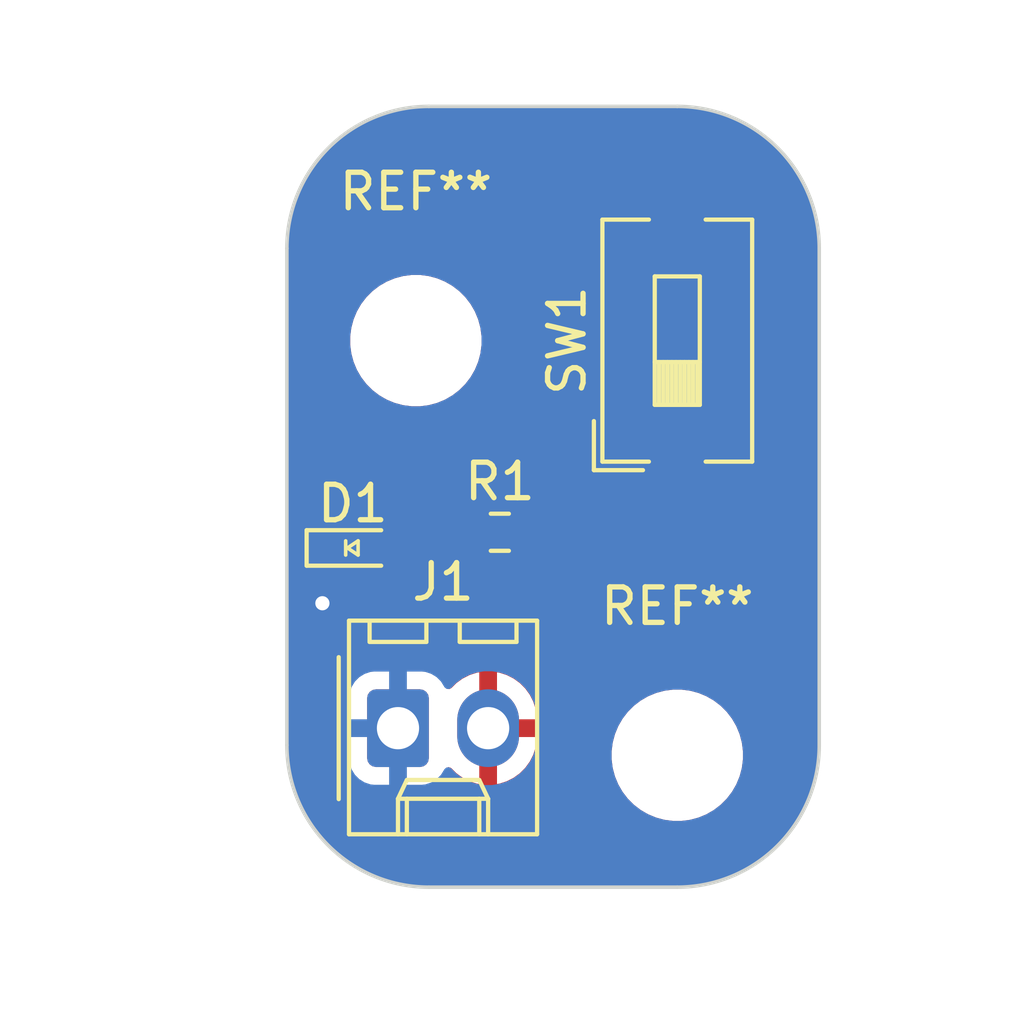
<source format=kicad_pcb>
(kicad_pcb (version 20240108) (generator "pcbnew") (generator_version "8.0")
  (title_block (title "LED") (date "2024-09-20") (rev "0.0") (company "Illini Solar Car") (comment 1 "Designed By: Raj Swami Kontham"))
  (layers (0 "F.Cu" signal) (31 "B.Cu" signal) (34 "B.Paste" user) (35 "F.Paste" user) (36 "B.SilkS" user "B.Silkscreen") (37 "F.SilkS" user "F.Silkscreen") (38 "B.Mask" user) (39 "F.Mask" user) (44 "Edge.Cuts" user))
  (net 0 "")
  (net 1 "Net-(D1-A)")
  (net 2 "GND")
  (net 3 "+3V3")
  (net 4 "Net-(R1-Pad2)")
  (footprint "Resistor_SMD:R_0603_1608Metric_Pad0.98x0.95mm_HandSolder" (layer "F.Cu") (at 122 107)
    (property "Reference" "R1" (at 0 -1.43 0) (layer "F.SilkS"))
    (property "Value" "105")
    (fp_line (start -0.254724 -0.5225) (end 0.254724 -0.5225) (stroke (width 0.12)) (layer "F.SilkS"))
    (fp_line (start -0.254724 0.5225) (end 0.254724 0.5225) (stroke (width 0.12)) (layer "F.SilkS"))
    (pad "1" smd roundrect (at -0.9125 0) (size 0.975 0.95) (layers "F.Cu" "F.Paste" "F.Mask") (net 1 "Net-(D1-A)"))
    (pad "2" smd roundrect (at 0.9125 0) (size 0.975 0.95) (layers "F.Cu" "F.Paste" "F.Mask") (net 4 "Net-(R1-Pad2)"))
  )
  (footprint "layout:LED_0603_Symbol_on_F.SilkS" (layer "F.Cu") (at 117.856 107.442)
    (property "Reference" "D1" (at 0 -1.25 0) (layer "F.SilkS"))
    (property "Value" "LED_BURGUNDY")
    (fp_line (start -1.3 -0.5) (end -1.3 0.5) (stroke (width 0.12)) (layer "F.SilkS"))
    (fp_line (start -1.3 -0.5) (end 0.8 -0.5) (stroke (width 0.12)) (layer "F.SilkS"))
    (fp_line (start -1.3 0.5) (end 0.8 0.5) (stroke (width 0.12)) (layer "F.SilkS"))
    (fp_line (start -0.2 -0.2) (end -0.2 0.2) (stroke (width 0.1)) (layer "F.SilkS"))
    (fp_line (start -0.15 0) (end 0.15 -0.2) (stroke (width 0.1)) (layer "F.SilkS"))
    (fp_line (start 0.15 -0.2) (end 0.15 0.2) (stroke (width 0.1)) (layer "F.SilkS"))
    (fp_line (start 0.15 0.2) (end -0.15 0) (stroke (width 0.1)) (layer "F.SilkS"))
    (pad "1" smd rect (at -0.8 0 180) (size 0.8 0.8) (layers "F.Cu" "F.Paste" "F.Mask") (net 2 "GND"))
    (pad "2" smd rect (at 0.8 0 180) (size 0.8 0.8) (layers "F.Cu" "F.Paste" "F.Mask") (net 1 "Net-(D1-A)"))
  )
  (footprint "MountingHole:MountingHole_3.2mm_M3" (layer "F.Cu") (at 119.634 101.6)
    (property "Reference" "REF**" (at 0 -4.2 0) (layer "F.SilkS"))
    (property "Value" "MountingHole_3.2mm_M3")
    (pad "" np_thru_hole circle (at 0 0) (size 3.2 3.2) (drill 3.2) (layers "F&B.Cu" "*.Mask"))
  )
  (footprint "MountingHole:MountingHole_3.2mm_M3" (layer "F.Cu") (at 127 113.284)
    (property "Reference" "REF**" (at 0 -4.2 0) (layer "F.SilkS"))
    (property "Value" "MountingHole_3.2mm_M3")
    (pad "" np_thru_hole circle (at 0 0) (size 3.2 3.2) (drill 3.2) (layers "*.Cu" "*.Mask"))
  )
  (footprint "Button_Switch_SMD:SW_DIP_SPSTx01_Slide_6.7x4.1mm_W8.61mm_P2.54mm_LowProfile" (layer "F.Cu") (at 127 101.6 90)
    (property "Reference" "SW1" (at 0 -3.11 90) (layer "F.SilkS"))
    (property "Value" "SW_Push")
    (fp_line (start -3.65 -2.35) (end -2.267 -2.35) (stroke (width 0.12)) (layer "F.SilkS"))
    (fp_line (start -3.65 -2.35) (end -3.65 -0.967) (stroke (width 0.12)) (layer "F.SilkS"))
    (fp_line (start 3.41 -2.11) (end 3.41 -0.8) (stroke (width 0.12)) (layer "F.SilkS"))
    (fp_line (start -3.41 -2.11) (end 3.41 -2.11) (stroke (width 0.12)) (layer "F.SilkS"))
    (fp_line (start -3.41 -2.11) (end -3.41 -0.8) (stroke (width 0.12)) (layer "F.SilkS"))
    (fp_line (start 1.81 -0.635) (end -1.81 -0.635) (stroke (width 0.12)) (layer "F.SilkS"))
    (fp_line (start -0.603333 -0.635) (end -0.603333 0.635) (stroke (width 0.12)) (layer "F.SilkS"))
    (fp_line (start -1.81 -0.635) (end -1.81 0.635) (stroke (width 0.12)) (layer "F.SilkS"))
    (fp_line (start -1.81 -0.515) (end -0.603333 -0.515) (stroke (width 0.12)) (layer "F.SilkS"))
    (fp_line (start -1.81 -0.395) (end -0.603333 -0.395) (stroke (width 0.12)) (layer "F.SilkS"))
    (fp_line (start -1.81 -0.275) (end -0.603333 -0.275) (stroke (width 0.12)) (layer "F.SilkS"))
    (fp_line (start -1.81 -0.155) (end -0.603333 -0.155) (stroke (width 0.12)) (layer "F.SilkS"))
    (fp_line (start -1.81 -0.035) (end -0.603333 -0.035) (stroke (width 0.12)) (layer "F.SilkS"))
    (fp_line (start -1.81 0.085) (end -0.603333 0.085) (stroke (width 0.12)) (layer "F.SilkS"))
    (fp_line (start -1.81 0.205) (end -0.603333 0.205) (stroke (width 0.12)) (layer "F.SilkS"))
    (fp_line (start -1.81 0.325) (end -0.603333 0.325) (stroke (width 0.12)) (layer "F.SilkS"))
    (fp_line (start -1.81 0.445) (end -0.603333 0.445) (stroke (width 0.12)) (layer "F.SilkS"))
    (fp_line (start -1.81 0.565) (end -0.603333 0.565) (stroke (width 0.12)) (layer "F.SilkS"))
    (fp_line (start 1.81 0.635) (end 1.81 -0.635) (stroke (width 0.12)) (layer "F.SilkS"))
    (fp_line (start -1.81 0.635) (end 1.81 0.635) (stroke (width 0.12)) (layer "F.SilkS"))
    (fp_line (start 3.41 0.8) (end 3.41 2.11) (stroke (width 0.12)) (layer "F.SilkS"))
    (fp_line (start -3.41 0.8) (end -3.41 2.11) (stroke (width 0.12)) (layer "F.SilkS"))
    (fp_line (start -3.41 2.11) (end 3.41 2.11) (stroke (width 0.12)) (layer "F.SilkS"))
    (pad "1" smd rect (at -4.305 0 90) (size 2.44 1.12) (layers "F.Cu" "F.Paste" "F.Mask") (net 3 "+3V3"))
    (pad "2" smd rect (at 4.305 0 90) (size 2.44 1.12) (layers "F.Cu" "F.Paste" "F.Mask") (net 4 "Net-(R1-Pad2)"))
  )
  (footprint "Connector_Molex:Molex_KK-254_AE-6410-02A_1x02_P2.54mm_Vertical" (layer "F.Cu") (at 119.13 112.52)
    (property "Reference" "J1" (at 1.27 -4.12 0) (layer "F.SilkS"))
    (property "Value" "Conn_01x02")
    (fp_line (start -1.67 -2) (end -1.67 2) (stroke (width 0.12)) (layer "F.SilkS"))
    (fp_line (start -1.38 -3.03) (end -1.38 2.99) (stroke (width 0.12)) (layer "F.SilkS"))
    (fp_line (start -1.38 2.99) (end 3.92 2.99) (stroke (width 0.12)) (layer "F.SilkS"))
    (fp_line (start -0.8 -3.03) (end -0.8 -2.43) (stroke (width 0.12)) (layer "F.SilkS"))
    (fp_line (start -0.8 -2.43) (end 0.8 -2.43) (stroke (width 0.12)) (layer "F.SilkS"))
    (fp_line (start 0 1.99) (end 0.25 1.46) (stroke (width 0.12)) (layer "F.SilkS"))
    (fp_line (start 0 1.99) (end 2.54 1.99) (stroke (width 0.12)) (layer "F.SilkS"))
    (fp_line (start 0 2.99) (end 0 1.99) (stroke (width 0.12)) (layer "F.SilkS"))
    (fp_line (start 0.25 1.46) (end 2.29 1.46) (stroke (width 0.12)) (layer "F.SilkS"))
    (fp_line (start 0.25 2.99) (end 0.25 1.99) (stroke (width 0.12)) (layer "F.SilkS"))
    (fp_line (start 0.8 -2.43) (end 0.8 -3.03) (stroke (width 0.12)) (layer "F.SilkS"))
    (fp_line (start 1.74 -3.03) (end 1.74 -2.43) (stroke (width 0.12)) (layer "F.SilkS"))
    (fp_line (start 1.74 -2.43) (end 3.34 -2.43) (stroke (width 0.12)) (layer "F.SilkS"))
    (fp_line (start 2.29 1.46) (end 2.54 1.99) (stroke (width 0.12)) (layer "F.SilkS"))
    (fp_line (start 2.29 2.99) (end 2.29 1.99) (stroke (width 0.12)) (layer "F.SilkS"))
    (fp_line (start 2.54 1.99) (end 2.54 2.99) (stroke (width 0.12)) (layer "F.SilkS"))
    (fp_line (start 3.34 -2.43) (end 3.34 -3.03) (stroke (width 0.12)) (layer "F.SilkS"))
    (fp_line (start 3.92 -3.03) (end -1.38 -3.03) (stroke (width 0.12)) (layer "F.SilkS"))
    (fp_line (start 3.92 2.99) (end 3.92 -3.03) (stroke (width 0.12)) (layer "F.SilkS"))
    (pad "1" thru_hole roundrect (at 0 0) (size 1.74 2.19) (drill 1.19) (layers "*.Cu" "*.Mask") (roundrect_rratio 0.143678) (net 2 "GND"))
    (pad "2" thru_hole oval (at 2.54 0) (size 1.74 2.19) (drill 1.19) (layers "*.Cu" "*.Mask") (net 3 "+3V3"))
  )
  (gr_line (start 131 99) (end 131 113) (stroke (width 0.1)) (layer "Edge.Cuts"))
  (gr_line (start 120 117) (end 127 117) (stroke (width 0.1)) (layer "Edge.Cuts"))
  (gr_arc (start 116 99) (mid 117.171573 96.171573) (end 120 95) (stroke (width 0.1)) (layer "Edge.Cuts"))
  (gr_line (start 116 113) (end 116 99) (stroke (width 0.1)) (layer "Edge.Cuts"))
  (gr_arc (start 120 117) (mid 117.171573 115.828427) (end 116 113) (stroke (width 0.1)) (layer "Edge.Cuts"))
  (gr_arc (start 127 95) (mid 129.828427 96.171573) (end 131 99) (stroke (width 0.1)) (layer "Edge.Cuts"))
  (gr_arc (start 131 113) (mid 129.828427 115.828427) (end 127 117) (stroke (width 0.1)) (layer "Edge.Cuts"))
  (gr_line (start 120 95) (end 127 95) (stroke (width 0.1)) (layer "Edge.Cuts"))
  (segment (start 121.0875 107) (end 119.098 107) (width 0.25) (layer "F.Cu") (net 1))
  (segment (start 119.098 107) (end 118.656 107.442) (width 0.25) (layer "F.Cu") (net 1))
  (segment (start 117.056 107.442) (end 117.056 108.944) (width 0.25) (layer "F.Cu") (net 2))
  (segment (start 117.056 108.944) (end 117 109) (width 0.25) (layer "F.Cu") (net 2))
  (via (at 117 109) (size 0.8) (drill 0.4) (layers "F.Cu" "B.Cu") (net 2))
  (segment (start 125.705 97.295) (end 123 100) (width 0.25) (layer "F.Cu") (net 4))
  (segment (start 123 101) (end 122.9125 101.0875) (width 0.25) (layer "F.Cu") (net 4))
  (segment (start 123 100) (end 123 101) (width 0.25) (layer "F.Cu") (net 4))
  (segment (start 127 97.295) (end 125.705 97.295) (width 0.25) (layer "F.Cu") (net 4))
  (segment (start 122.9125 101.0875) (end 122.9125 107) (width 0.25) (layer "F.Cu") (net 4))
  (zone (net 3) (net_name "+3V3") (layer "F.Cu") (connect_pads (clearance 0.508)) (min_thickness 0.25) (fill yes (thermal_gap 0.5) (thermal_bridge_width 0.5))
    (polygon (pts (xy 116 95) (xy 131 95) (xy 131 117) (xy 116 117)))
  )
  (zone (net 2) (net_name "GND") (layer "B.Cu") (priority 1) (connect_pads (clearance 0.508)) (min_thickness 0.25) (fill yes (thermal_gap 0.5) (thermal_bridge_width 0.5))
    (polygon (pts (xy 116 95) (xy 131 95) (xy 131 117) (xy 116 117)))
  )
)
</source>
